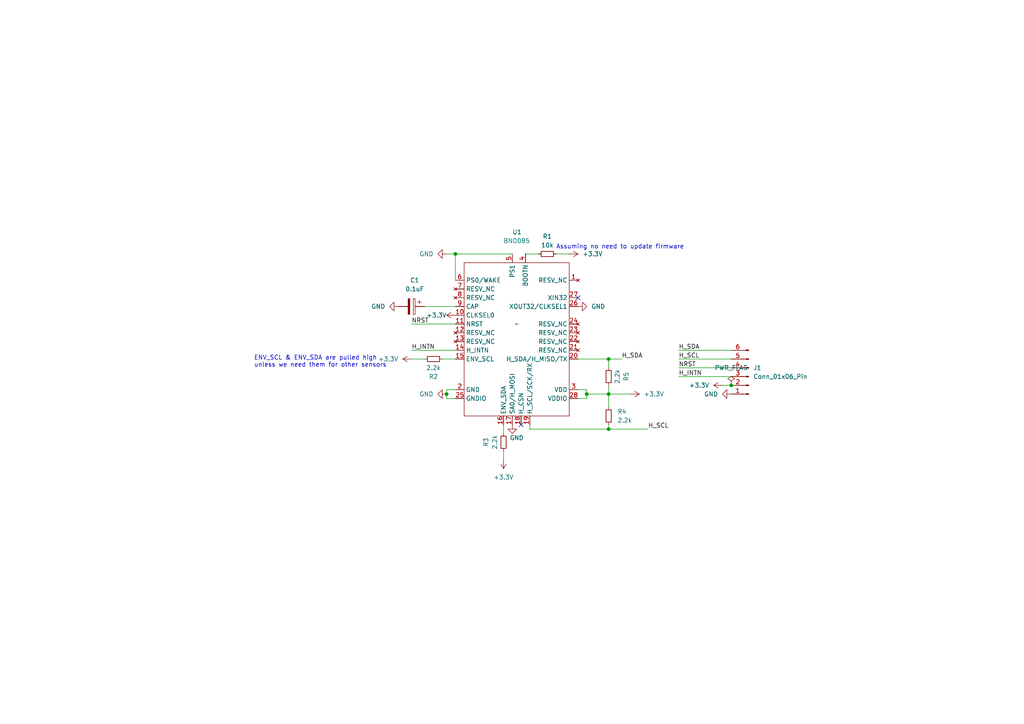
<source format=kicad_sch>
(kicad_sch (version 20230121) (generator eeschema)
  (paper "A4")
  (title_block (title "BNO085 I2C Board") (date "2023-06-22"))
  (lib_symbols
    (symbol "BNO08x:BNO085"
      (property "Reference" "U" (at 0 26.67 0))
      (symbol "BNO085_0_1"
        (rectangle (start -15.24 17.78) (end 15.24 -26.67))
      )
      (symbol "BNO085_1_1"
        (text "BNO085" (at 0 24.13 0) (effects (font (size 1.27 1.27))))
        (pin no_connect line (at 17.78 12.7 180) (length 2.54) (name "RESV_NC") (number "1"))
        (pin input line (at -17.78 2.54 0) (length 2.54) (name "CLKSEL0") (number "10"))
        (pin input line (at -17.78 0 0) (length 2.54) (name "NRST") (number "11"))
        (pin no_connect line (at -17.78 -2.54 0) (length 2.54) (name "RESV_NC") (number "12"))
        (pin no_connect line (at -17.78 -5.08 0) (length 2.54) (name "RESV_NC") (number "13"))
        (pin output line (at -17.78 -7.62 0) (length 2.54) (name "H_INTN") (number "14"))
        (pin bidirectional line (at -17.78 -10.16 0) (length 2.54) (name "ENV_SCL") (number "15"))
        (pin bidirectional line (at -3.81 -29.21 90) (length 2.54) (name "ENV_SDA") (number "16"))
        (pin input line (at -1.27 -29.21 90) (length 2.54) (name "SA0/H_MOSI") (number "17"))
        (pin input line (at 1.27 -29.21 90) (length 2.54) (name "H_CSN") (number "18"))
        (pin bidirectional line (at 3.81 -29.21 90) (length 2.54) (name "H_SCL/SCK/RX") (number "19"))
        (pin input line (at -17.78 -19.05 0) (length 2.54) (name "GND") (number "2"))
        (pin bidirectional line (at 17.78 -10.16 180) (length 2.54) (name "H_SDA/H_MISO/TX") (number "20"))
        (pin no_connect line (at 17.78 -7.62 180) (length 2.54) (name "RESV_NC") (number "21"))
        (pin no_connect line (at 17.78 -5.08 180) (length 2.54) (name "RESV_NC") (number "22"))
        (pin no_connect line (at 17.78 -2.54 180) (length 2.54) (name "RESV_NC") (number "23"))
        (pin no_connect line (at 17.78 0 180) (length 2.54) (name "RESV_NC") (number "24"))
        (pin input line (at -17.78 -21.59 0) (length 2.54) (name "GNDIO") (number "25"))
        (pin input line (at 17.78 5.08 180) (length 2.54) (name "XOUT32/CLKSEL1") (number "26"))
        (pin input line (at 17.78 7.62 180) (length 2.54) (name "XIN32") (number "27"))
        (pin power_in line (at 17.78 -21.59 180) (length 2.54) (name "VDDIO") (number "28"))
        (pin power_in line (at 17.78 -19.05 180) (length 2.54) (name "VDD") (number "3"))
        (pin input line (at 2.54 20.32 270) (length 2.54) (name "BOOTN") (number "4"))
        (pin input line (at -1.27 20.32 270) (length 2.54) (name "PS1") (number "5"))
        (pin input line (at -17.78 12.7 0) (length 2.54) (name "PS0/WAKE") (number "6"))
        (pin no_connect line (at -17.78 10.16 0) (length 2.54) (name "RESV_NC") (number "7"))
        (pin no_connect line (at -17.78 7.62 0) (length 2.54) (name "RESV_NC") (number "8"))
        (pin input line (at -17.78 5.08 0) (length 2.54) (name "CAP") (number "9"))
      )
    )
    (symbol "Connector:Conn_01x06_Pin" (pin_names (offset 1.016) hide)
      (property "Reference" "J" (at 0 7.62 0))
      (property "Value" "Conn_01x06_Pin" (at 0 -10.16 0))
      (symbol "Conn_01x06_Pin_1_1"
        (polyline (pts (xy 1.27 -7.62) (xy 0.8636 -7.62)) (stroke (width 0.1524)))
        (polyline (pts (xy 1.27 -5.08) (xy 0.8636 -5.08)) (stroke (width 0.1524)))
        (polyline (pts (xy 1.27 -2.54) (xy 0.8636 -2.54)) (stroke (width 0.1524)))
        (polyline (pts (xy 1.27 0) (xy 0.8636 0)) (stroke (width 0.1524)))
        (polyline (pts (xy 1.27 2.54) (xy 0.8636 2.54)) (stroke (width 0.1524)))
        (polyline (pts (xy 1.27 5.08) (xy 0.8636 5.08)) (stroke (width 0.1524)))
        (rectangle (start 0.8636 -7.493) (end 0 -7.747) (stroke (width 0.1524)) (fill (type outline)))
        (rectangle (start 0.8636 -4.953) (end 0 -5.207) (stroke (width 0.1524)) (fill (type outline)))
        (rectangle (start 0.8636 -2.413) (end 0 -2.667) (stroke (width 0.1524)) (fill (type outline)))
        (rectangle (start 0.8636 0.127) (end 0 -0.127) (stroke (width 0.1524)) (fill (type outline)))
        (rectangle (start 0.8636 2.667) (end 0 2.413) (stroke (width 0.1524)) (fill (type outline)))
        (rectangle (start 0.8636 5.207) (end 0 4.953) (stroke (width 0.1524)) (fill (type outline)))
        (pin passive line (at 5.08 5.08 180) (length 3.81) (name "Pin_1") (number "1"))
        (pin passive line (at 5.08 2.54 180) (length 3.81) (name "Pin_2") (number "2"))
        (pin passive line (at 5.08 0 180) (length 3.81) (name "Pin_3") (number "3"))
        (pin passive line (at 5.08 -2.54 180) (length 3.81) (name "Pin_4") (number "4"))
        (pin passive line (at 5.08 -5.08 180) (length 3.81) (name "Pin_5") (number "5"))
        (pin passive line (at 5.08 -7.62 180) (length 3.81) (name "Pin_6") (number "6"))
      )
    )
    (symbol "Device:C_Polarized" (pin_numbers hide) (pin_names (offset 0.254))
      (property "Reference" "C" (at 0.635 2.54 0))
      (property "Value" "C_Polarized" (at 0.635 -2.54 0))
      (symbol "C_Polarized_0_1"
        (rectangle (start -2.286 0.508) (end 2.286 1.016))
        (polyline (pts (xy -1.778 2.286) (xy -0.762 2.286)))
        (polyline (pts (xy -1.27 2.794) (xy -1.27 1.778)))
        (rectangle (start 2.286 -0.508) (end -2.286 -1.016) (fill (type outline)))
      )
      (symbol "C_Polarized_1_1"
        (pin passive line (at 0 3.81 270) (length 2.794) (name "~") (number "1"))
        (pin passive line (at 0 -3.81 90) (length 2.794) (name "~") (number "2"))
      )
    )
    (symbol "Device:R_Small" (pin_numbers hide) (pin_names (offset 0.254) hide)
      (property "Reference" "R" (at 0.762 0.508 0))
      (property "Value" "R_Small" (at 0.762 -1.016 0))
      (symbol "R_Small_0_1"
        (rectangle (start -0.762 1.778) (end 0.762 -1.778) (stroke (width 0.2032)))
      )
      (symbol "R_Small_1_1"
        (pin passive line (at 0 2.54 270) (length 0.762) (name "~") (number "1"))
        (pin passive line (at 0 -2.54 90) (length 0.762) (name "~") (number "2"))
      )
    )
    (symbol "power:+3.3V" (power) (pin_names (offset 0))
      (property "Value" "+3.3V" (at 0 3.556 0))
      (symbol "+3.3V_0_1"
        (polyline (pts (xy -0.762 1.27) (xy 0 2.54)))
        (polyline (pts (xy 0 0) (xy 0 2.54)))
        (polyline (pts (xy 0 2.54) (xy 0.762 1.27)))
      )
      (symbol "+3.3V_1_1"
        (pin power_in line (at 0 0 90) (length 0) hide (name "+3.3V") (number "1"))
      )
    )
    (symbol "power:GND" (power) (pin_names (offset 0))
      (property "Value" "GND" (at 0 -3.81 0))
      (symbol "GND_0_1"
        (polyline (pts (xy 0 0) (xy 0 -1.27) (xy 1.27 -1.27) (xy 0 -2.54) (xy -1.27 -1.27) (xy 0 -1.27)))
      )
      (symbol "GND_1_1"
        (pin power_in line (at 0 0 270) (length 0) hide (name "GND") (number "1"))
      )
    )
    (symbol "power:PWR_FLAG" (power) (pin_numbers hide) (pin_names (offset 0) hide)
      (property "Value" "PWR_FLAG" (at 0 3.81 0))
      (symbol "PWR_FLAG_0_0"
        (pin power_out line (at 0 0 90) (length 0) (name "pwr") (number "1"))
      )
      (symbol "PWR_FLAG_0_1"
        (polyline (pts (xy 0 0) (xy 0 1.27) (xy -1.016 1.905) (xy 0 2.54) (xy 1.016 1.905) (xy 0 1.27)))
      )
    )
  )
  (junction (at 176.53 124.46))
  (junction (at 170.18 114.3))
  (junction (at 132.08 73.66))
  (junction (at 176.53 104.14))
  (junction (at 212.09 111.76))
  (junction (at 176.53 114.3))
  (junction (at 129.54 114.3))
  (no_connect (at 167.64 86.36))
  (no_connect (at 151.13 123.19))
  (wire (pts (xy 196.85 101.6) (xy 212.09 101.6)))
  (wire (pts (xy 167.64 113.03) (xy 170.18 113.03)))
  (wire (pts (xy 132.08 115.57) (xy 129.54 115.57)))
  (wire (pts (xy 196.85 104.14) (xy 212.09 104.14)))
  (wire (pts (xy 146.05 123.19) (xy 146.05 125.73)))
  (wire (pts (xy 176.53 104.14) (xy 180.34 104.14)))
  (wire (pts (xy 182.88 114.3) (xy 176.53 114.3)))
  (wire (pts (xy 176.53 124.46) (xy 187.96 124.46)))
  (wire (pts (xy 132.08 73.66) (xy 148.59 73.66)))
  (wire (pts (xy 176.53 123.19) (xy 176.53 124.46)))
  (wire (pts (xy 129.54 115.57) (xy 129.54 114.3)))
  (wire (pts (xy 196.85 109.22) (xy 212.09 109.22)))
  (wire (pts (xy 161.29 73.66) (xy 165.1 73.66)))
  (wire (pts (xy 176.53 111.76) (xy 176.53 114.3)))
  (wire (pts (xy 119.38 104.14) (xy 123.19 104.14)))
  (wire (pts (xy 129.54 73.66) (xy 132.08 73.66)))
  (wire (pts (xy 153.67 123.19) (xy 153.67 124.46)))
  (wire (pts (xy 170.18 113.03) (xy 170.18 114.3)))
  (wire (pts (xy 176.53 104.14) (xy 176.53 106.68)))
  (wire (pts (xy 119.38 93.98) (xy 132.08 93.98)))
  (wire (pts (xy 196.85 106.68) (xy 212.09 106.68)))
  (wire (pts (xy 209.55 111.76) (xy 212.09 111.76)))
  (wire (pts (xy 129.54 113.03) (xy 129.54 114.3)))
  (wire (pts (xy 123.19 88.9) (xy 132.08 88.9)))
  (wire (pts (xy 167.64 104.14) (xy 176.53 104.14)))
  (wire (pts (xy 132.08 113.03) (xy 129.54 113.03)))
  (wire (pts (xy 170.18 115.57) (xy 170.18 114.3)))
  (wire (pts (xy 153.67 124.46) (xy 176.53 124.46)))
  (wire (pts (xy 128.27 104.14) (xy 132.08 104.14)))
  (wire (pts (xy 132.08 73.66) (xy 132.08 81.28)))
  (wire (pts (xy 146.05 130.81) (xy 146.05 133.35)))
  (wire (pts (xy 176.53 114.3) (xy 176.53 118.11)))
  (wire (pts (xy 176.53 114.3) (xy 170.18 114.3)))
  (wire (pts (xy 167.64 115.57) (xy 170.18 115.57)))
  (wire (pts (xy 119.38 101.6) (xy 132.08 101.6)))
  (wire (pts (xy 152.4 73.66) (xy 156.21 73.66)))
  (text "Assuming no need to update firmware" (at 161.29 72.39 0) (effects (font (size 1.27 1.27)) (justify left bottom)))
  (text "ENV_SCL & ENV_SDA are pulled high \nunless we need them for other sensors" (at 73.66 106.68 0) (effects (font (size 1.27 1.27)) (justify left bottom)))
  (label "H_SDA" (at 196.85 101.6 0))
  (label "NRST" (at 196.85 106.68 0))
  (label "H_SCL" (at 187.96 124.46 0))
  (label "H_SDA" (at 180.34 104.14 0))
  (label "NRST" (at 119.38 93.98 0))
  (label "H_INTN" (at 119.38 101.6 0))
  (label "H_INTN" (at 196.85 109.22 0))
  (label "H_SCL" (at 196.85 104.14 0))
  (symbol (lib_id "Device:C_Polarized") (at 119.38 88.9 270) (unit 1)
    (property "Reference" "C1" (at 120.269 81.28 90))
    (property "Value" "0.1uF" (at 120.269 83.82 90))
    (property "Footprint" "Capacitor_SMD:CP_Elec_4x3.9" (effects hide))
  )
  (symbol (lib_id "power:PWR_FLAG") (at 212.09 111.76 0) (unit 1)
    (property "Reference" "#FLG01" (effects hide))
    (property "Value" "PWR_FLAG" (at 212.09 106.68 0))
  )
  (symbol (lib_id "power:GND") (at 129.54 114.3 270) (unit 1)
    (property "Reference" "#PWR02" (effects hide))
    (property "Value" "GND" (at 125.73 114.3 90) (effects (justify right)))
  )
  (symbol (lib_id "Device:R_Small") (at 158.75 73.66 90) (unit 1)
    (property "Reference" "R1" (at 158.75 68.58 90))
    (property "Value" "10k" (at 158.75 71.12 90))
    (property "Footprint" "Resistor_SMD:R_0805_2012Metric" (effects hide))
  )
  (symbol (lib_id "Device:R_Small") (at 125.73 104.14 90) (unit 1)
    (property "Reference" "R2" (at 125.73 109.22 90))
    (property "Value" "2.2k" (at 125.73 106.68 90))
    (property "Footprint" "Resistor_SMD:R_0805_2012Metric" (effects hide))
  )
  (symbol (lib_id "power:GND") (at 148.59 123.19 0) (unit 1)
    (property "Reference" "#PWR011" (effects hide))
    (property "Value" "GND" (at 149.86 127 0))
  )
  (symbol (lib_id "power:+3.3V") (at 146.05 133.35 180) (unit 1)
    (property "Reference" "#PWR09" (effects hide))
    (property "Value" "+3.3V" (at 146.05 138.43 0))
  )
  (symbol (lib_id "power:GND") (at 212.09 114.3 270) (unit 1)
    (property "Reference" "#PWR010" (effects hide))
    (property "Value" "GND" (at 208.28 114.3 90) (effects (justify right)))
  )
  (symbol (lib_id "Device:R_Small") (at 176.53 120.65 0) (unit 1)
    (property "Reference" "R4" (at 179.07 119.38 0) (effects (justify left)))
    (property "Value" "2.2k" (at 179.07 121.92 0) (effects (justify left)))
    (property "Footprint" "Resistor_SMD:R_0805_2012Metric" (effects hide))
  )
  (symbol (lib_id "BNO08x:BNO085") (at 149.86 93.98 0) (unit 1)
    (property "Reference" "U1" (at 148.59 67.31 0) (effects (justify left)))
    (property "Value" "~" (at 149.86 93.98 0))
    (property "Footprint" "Package_LGA:LGA-28_5.2x3.8mm_P0.5mm" (effects hide))
  )
  (symbol (lib_id "power:GND") (at 167.64 88.9 90) (unit 1)
    (property "Reference" "#PWR04" (effects hide))
    (property "Value" "GND" (at 171.45 88.9 90) (effects (justify right)))
  )
  (symbol (lib_id "Device:R_Small") (at 176.53 109.22 0) (unit 1)
    (property "Reference" "R5" (at 181.61 109.22 90))
    (property "Value" "2.2k" (at 179.07 109.22 90))
    (property "Footprint" "Resistor_SMD:R_0805_2012Metric" (effects hide))
  )
  (symbol (lib_id "power:+3.3V") (at 119.38 104.14 90) (unit 1)
    (property "Reference" "#PWR08" (effects hide))
    (property "Value" "+3.3V" (at 115.57 104.14 90) (effects (justify left)))
  )
  (symbol (lib_id "power:+3.3V") (at 165.1 73.66 270) (unit 1)
    (property "Reference" "#PWR07" (effects hide))
    (property "Value" "+3.3V" (at 168.91 73.66 90) (effects (justify left)))
  )
  (symbol (lib_id "power:+3.3V") (at 182.88 114.3 270) (unit 1)
    (property "Reference" "#PWR01" (effects hide))
    (property "Value" "+3.3V" (at 186.69 114.3 90) (effects (justify left)))
  )
  (symbol (lib_id "power:+3.3V") (at 132.08 91.44 90) (unit 1)
    (property "Reference" "#PWR03" (effects hide))
    (property "Value" "+3.3V" (at 129.54 91.44 90) (effects (justify left)))
  )
  (symbol (lib_id "power:+3.3V") (at 209.55 111.76 90) (unit 1)
    (property "Reference" "#PWR012" (effects hide))
    (property "Value" "+3.3V" (at 205.74 111.76 90) (effects (justify left)))
  )
  (symbol (lib_id "power:GND") (at 115.57 88.9 270) (unit 1)
    (property "Reference" "#PWR05" (effects hide))
    (property "Value" "GND" (at 111.76 88.9 90) (effects (justify right)))
  )
  (symbol (lib_id "Device:R_Small") (at 146.05 128.27 0) (unit 1)
    (property "Reference" "R3" (at 140.97 128.27 90))
    (property "Value" "2.2k" (at 143.51 128.27 90))
    (property "Footprint" "Resistor_SMD:R_0805_2012Metric" (effects hide))
  )
  (symbol (lib_id "Connector:Conn_01x06_Pin") (at 217.17 109.22 180) (unit 1)
    (property "Reference" "J1" (at 218.44 106.68 0) (effects (justify right)))
    (property "Value" "Conn_01x06_Pin" (at 218.44 109.22 0) (effects (justify right)))
    (property "Footprint" "Connector_PinHeader_2.54mm:PinHeader_1x06_P2.54mm_Horizontal" (effects hide))
  )
  (symbol (lib_id "power:GND") (at 129.54 73.66 270) (unit 1)
    (property "Reference" "#PWR06" (effects hide))
    (property "Value" "GND" (at 125.73 73.66 90) (effects (justify right)))
  )
)
</source>
